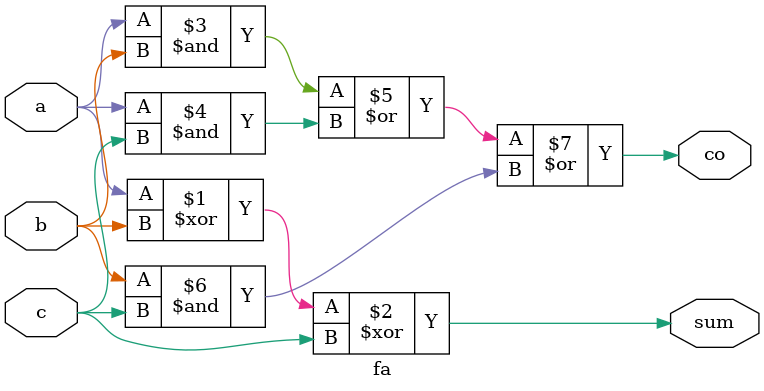
<source format=v>
module fa(a,b,c,sum,co);
input a,b,c;
output sum,co;

assign sum=a^b^c;
assign co=(a&b)|(a&c)|(b&c);

endmodule
</source>
